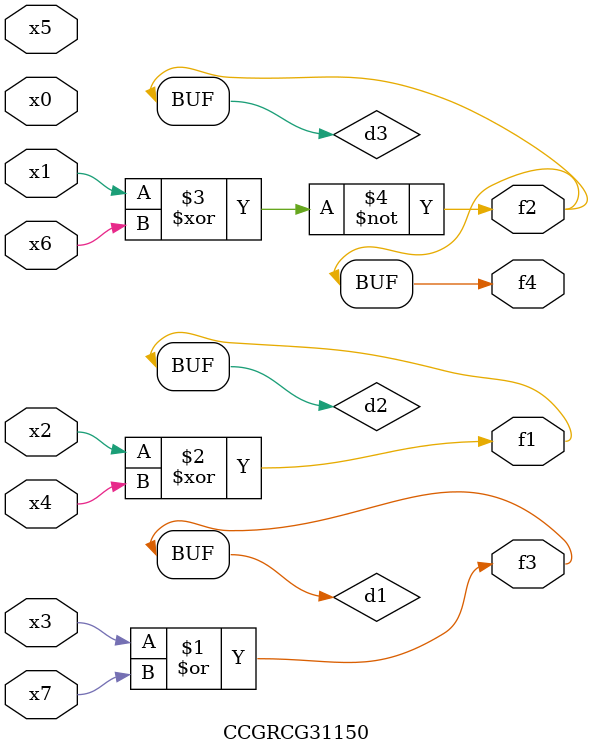
<source format=v>
module CCGRCG31150(
	input x0, x1, x2, x3, x4, x5, x6, x7,
	output f1, f2, f3, f4
);

	wire d1, d2, d3;

	or (d1, x3, x7);
	xor (d2, x2, x4);
	xnor (d3, x1, x6);
	assign f1 = d2;
	assign f2 = d3;
	assign f3 = d1;
	assign f4 = d3;
endmodule

</source>
